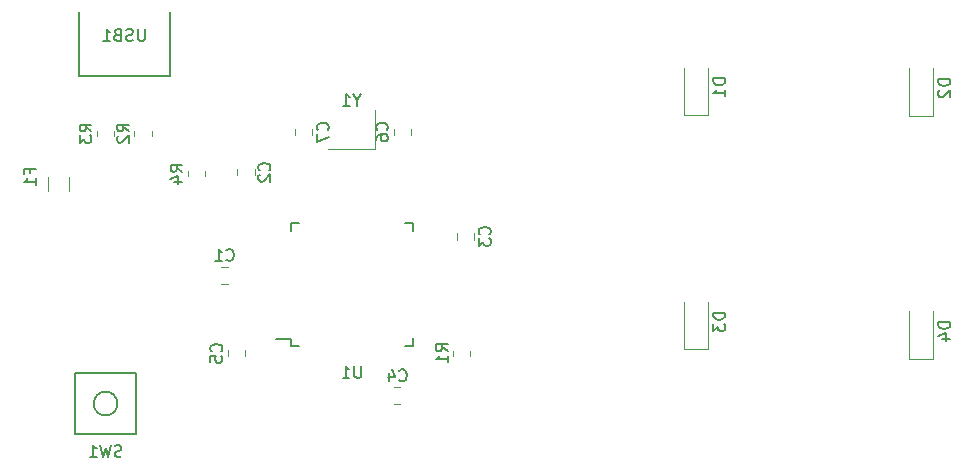
<source format=gbr>
%TF.GenerationSoftware,KiCad,Pcbnew,7.0.6*%
%TF.CreationDate,2023-07-07T23:43:39+02:00*%
%TF.ProjectId,ai03-pcb-guide,61693033-2d70-4636-922d-67756964652e,rev?*%
%TF.SameCoordinates,Original*%
%TF.FileFunction,Legend,Bot*%
%TF.FilePolarity,Positive*%
%FSLAX46Y46*%
G04 Gerber Fmt 4.6, Leading zero omitted, Abs format (unit mm)*
G04 Created by KiCad (PCBNEW 7.0.6) date 2023-07-07 23:43:39*
%MOMM*%
%LPD*%
G01*
G04 APERTURE LIST*
%ADD10C,0.150000*%
%ADD11C,0.120000*%
G04 APERTURE END LIST*
D10*
X116247080Y-110164583D02*
X116294700Y-110116964D01*
X116294700Y-110116964D02*
X116342319Y-109974107D01*
X116342319Y-109974107D02*
X116342319Y-109878869D01*
X116342319Y-109878869D02*
X116294700Y-109736012D01*
X116294700Y-109736012D02*
X116199461Y-109640774D01*
X116199461Y-109640774D02*
X116104223Y-109593155D01*
X116104223Y-109593155D02*
X115913747Y-109545536D01*
X115913747Y-109545536D02*
X115770890Y-109545536D01*
X115770890Y-109545536D02*
X115580414Y-109593155D01*
X115580414Y-109593155D02*
X115485176Y-109640774D01*
X115485176Y-109640774D02*
X115389938Y-109736012D01*
X115389938Y-109736012D02*
X115342319Y-109878869D01*
X115342319Y-109878869D02*
X115342319Y-109974107D01*
X115342319Y-109974107D02*
X115389938Y-110116964D01*
X115389938Y-110116964D02*
X115437557Y-110164583D01*
X115437557Y-110545536D02*
X115389938Y-110593155D01*
X115389938Y-110593155D02*
X115342319Y-110688393D01*
X115342319Y-110688393D02*
X115342319Y-110926488D01*
X115342319Y-110926488D02*
X115389938Y-111021726D01*
X115389938Y-111021726D02*
X115437557Y-111069345D01*
X115437557Y-111069345D02*
X115532795Y-111116964D01*
X115532795Y-111116964D02*
X115628033Y-111116964D01*
X115628033Y-111116964D02*
X115770890Y-111069345D01*
X115770890Y-111069345D02*
X116342319Y-110497917D01*
X116342319Y-110497917D02*
X116342319Y-111116964D01*
X126218330Y-106745833D02*
X126265950Y-106698214D01*
X126265950Y-106698214D02*
X126313569Y-106555357D01*
X126313569Y-106555357D02*
X126313569Y-106460119D01*
X126313569Y-106460119D02*
X126265950Y-106317262D01*
X126265950Y-106317262D02*
X126170711Y-106222024D01*
X126170711Y-106222024D02*
X126075473Y-106174405D01*
X126075473Y-106174405D02*
X125884997Y-106126786D01*
X125884997Y-106126786D02*
X125742140Y-106126786D01*
X125742140Y-106126786D02*
X125551664Y-106174405D01*
X125551664Y-106174405D02*
X125456426Y-106222024D01*
X125456426Y-106222024D02*
X125361188Y-106317262D01*
X125361188Y-106317262D02*
X125313569Y-106460119D01*
X125313569Y-106460119D02*
X125313569Y-106555357D01*
X125313569Y-106555357D02*
X125361188Y-106698214D01*
X125361188Y-106698214D02*
X125408807Y-106745833D01*
X125313569Y-107602976D02*
X125313569Y-107412500D01*
X125313569Y-107412500D02*
X125361188Y-107317262D01*
X125361188Y-107317262D02*
X125408807Y-107269643D01*
X125408807Y-107269643D02*
X125551664Y-107174405D01*
X125551664Y-107174405D02*
X125742140Y-107126786D01*
X125742140Y-107126786D02*
X126123092Y-107126786D01*
X126123092Y-107126786D02*
X126218330Y-107174405D01*
X126218330Y-107174405D02*
X126265950Y-107222024D01*
X126265950Y-107222024D02*
X126313569Y-107317262D01*
X126313569Y-107317262D02*
X126313569Y-107507738D01*
X126313569Y-107507738D02*
X126265950Y-107602976D01*
X126265950Y-107602976D02*
X126218330Y-107650595D01*
X126218330Y-107650595D02*
X126123092Y-107698214D01*
X126123092Y-107698214D02*
X125884997Y-107698214D01*
X125884997Y-107698214D02*
X125789759Y-107650595D01*
X125789759Y-107650595D02*
X125742140Y-107602976D01*
X125742140Y-107602976D02*
X125694521Y-107507738D01*
X125694521Y-107507738D02*
X125694521Y-107317262D01*
X125694521Y-107317262D02*
X125742140Y-107222024D01*
X125742140Y-107222024D02*
X125789759Y-107174405D01*
X125789759Y-107174405D02*
X125884997Y-107126786D01*
X121196330Y-106745833D02*
X121243950Y-106698214D01*
X121243950Y-106698214D02*
X121291569Y-106555357D01*
X121291569Y-106555357D02*
X121291569Y-106460119D01*
X121291569Y-106460119D02*
X121243950Y-106317262D01*
X121243950Y-106317262D02*
X121148711Y-106222024D01*
X121148711Y-106222024D02*
X121053473Y-106174405D01*
X121053473Y-106174405D02*
X120862997Y-106126786D01*
X120862997Y-106126786D02*
X120720140Y-106126786D01*
X120720140Y-106126786D02*
X120529664Y-106174405D01*
X120529664Y-106174405D02*
X120434426Y-106222024D01*
X120434426Y-106222024D02*
X120339188Y-106317262D01*
X120339188Y-106317262D02*
X120291569Y-106460119D01*
X120291569Y-106460119D02*
X120291569Y-106555357D01*
X120291569Y-106555357D02*
X120339188Y-106698214D01*
X120339188Y-106698214D02*
X120386807Y-106745833D01*
X120291569Y-107079167D02*
X120291569Y-107745833D01*
X120291569Y-107745833D02*
X121291569Y-107317262D01*
X112185830Y-125489583D02*
X112233450Y-125441964D01*
X112233450Y-125441964D02*
X112281069Y-125299107D01*
X112281069Y-125299107D02*
X112281069Y-125203869D01*
X112281069Y-125203869D02*
X112233450Y-125061012D01*
X112233450Y-125061012D02*
X112138211Y-124965774D01*
X112138211Y-124965774D02*
X112042973Y-124918155D01*
X112042973Y-124918155D02*
X111852497Y-124870536D01*
X111852497Y-124870536D02*
X111709640Y-124870536D01*
X111709640Y-124870536D02*
X111519164Y-124918155D01*
X111519164Y-124918155D02*
X111423926Y-124965774D01*
X111423926Y-124965774D02*
X111328688Y-125061012D01*
X111328688Y-125061012D02*
X111281069Y-125203869D01*
X111281069Y-125203869D02*
X111281069Y-125299107D01*
X111281069Y-125299107D02*
X111328688Y-125441964D01*
X111328688Y-125441964D02*
X111376307Y-125489583D01*
X111281069Y-126394345D02*
X111281069Y-125918155D01*
X111281069Y-125918155D02*
X111757259Y-125870536D01*
X111757259Y-125870536D02*
X111709640Y-125918155D01*
X111709640Y-125918155D02*
X111662021Y-126013393D01*
X111662021Y-126013393D02*
X111662021Y-126251488D01*
X111662021Y-126251488D02*
X111709640Y-126346726D01*
X111709640Y-126346726D02*
X111757259Y-126394345D01*
X111757259Y-126394345D02*
X111852497Y-126441964D01*
X111852497Y-126441964D02*
X112090592Y-126441964D01*
X112090592Y-126441964D02*
X112185830Y-126394345D01*
X112185830Y-126394345D02*
X112233450Y-126346726D01*
X112233450Y-126346726D02*
X112281069Y-126251488D01*
X112281069Y-126251488D02*
X112281069Y-126013393D01*
X112281069Y-126013393D02*
X112233450Y-125918155D01*
X112233450Y-125918155D02*
X112185830Y-125870536D01*
X105719344Y-98205569D02*
X105719344Y-99015092D01*
X105719344Y-99015092D02*
X105671725Y-99110330D01*
X105671725Y-99110330D02*
X105624106Y-99157950D01*
X105624106Y-99157950D02*
X105528868Y-99205569D01*
X105528868Y-99205569D02*
X105338392Y-99205569D01*
X105338392Y-99205569D02*
X105243154Y-99157950D01*
X105243154Y-99157950D02*
X105195535Y-99110330D01*
X105195535Y-99110330D02*
X105147916Y-99015092D01*
X105147916Y-99015092D02*
X105147916Y-98205569D01*
X104719344Y-99157950D02*
X104576487Y-99205569D01*
X104576487Y-99205569D02*
X104338392Y-99205569D01*
X104338392Y-99205569D02*
X104243154Y-99157950D01*
X104243154Y-99157950D02*
X104195535Y-99110330D01*
X104195535Y-99110330D02*
X104147916Y-99015092D01*
X104147916Y-99015092D02*
X104147916Y-98919854D01*
X104147916Y-98919854D02*
X104195535Y-98824616D01*
X104195535Y-98824616D02*
X104243154Y-98776997D01*
X104243154Y-98776997D02*
X104338392Y-98729378D01*
X104338392Y-98729378D02*
X104528868Y-98681759D01*
X104528868Y-98681759D02*
X104624106Y-98634140D01*
X104624106Y-98634140D02*
X104671725Y-98586521D01*
X104671725Y-98586521D02*
X104719344Y-98491283D01*
X104719344Y-98491283D02*
X104719344Y-98396045D01*
X104719344Y-98396045D02*
X104671725Y-98300807D01*
X104671725Y-98300807D02*
X104624106Y-98253188D01*
X104624106Y-98253188D02*
X104528868Y-98205569D01*
X104528868Y-98205569D02*
X104290773Y-98205569D01*
X104290773Y-98205569D02*
X104147916Y-98253188D01*
X103386011Y-98681759D02*
X103243154Y-98729378D01*
X103243154Y-98729378D02*
X103195535Y-98776997D01*
X103195535Y-98776997D02*
X103147916Y-98872235D01*
X103147916Y-98872235D02*
X103147916Y-99015092D01*
X103147916Y-99015092D02*
X103195535Y-99110330D01*
X103195535Y-99110330D02*
X103243154Y-99157950D01*
X103243154Y-99157950D02*
X103338392Y-99205569D01*
X103338392Y-99205569D02*
X103719344Y-99205569D01*
X103719344Y-99205569D02*
X103719344Y-98205569D01*
X103719344Y-98205569D02*
X103386011Y-98205569D01*
X103386011Y-98205569D02*
X103290773Y-98253188D01*
X103290773Y-98253188D02*
X103243154Y-98300807D01*
X103243154Y-98300807D02*
X103195535Y-98396045D01*
X103195535Y-98396045D02*
X103195535Y-98491283D01*
X103195535Y-98491283D02*
X103243154Y-98586521D01*
X103243154Y-98586521D02*
X103290773Y-98634140D01*
X103290773Y-98634140D02*
X103386011Y-98681759D01*
X103386011Y-98681759D02*
X103719344Y-98681759D01*
X102195535Y-99205569D02*
X102766963Y-99205569D01*
X102481249Y-99205569D02*
X102481249Y-98205569D01*
X102481249Y-98205569D02*
X102576487Y-98348426D01*
X102576487Y-98348426D02*
X102671725Y-98443664D01*
X102671725Y-98443664D02*
X102766963Y-98491283D01*
X173904819Y-123024405D02*
X172904819Y-123024405D01*
X172904819Y-123024405D02*
X172904819Y-123262500D01*
X172904819Y-123262500D02*
X172952438Y-123405357D01*
X172952438Y-123405357D02*
X173047676Y-123500595D01*
X173047676Y-123500595D02*
X173142914Y-123548214D01*
X173142914Y-123548214D02*
X173333390Y-123595833D01*
X173333390Y-123595833D02*
X173476247Y-123595833D01*
X173476247Y-123595833D02*
X173666723Y-123548214D01*
X173666723Y-123548214D02*
X173761961Y-123500595D01*
X173761961Y-123500595D02*
X173857200Y-123405357D01*
X173857200Y-123405357D02*
X173904819Y-123262500D01*
X173904819Y-123262500D02*
X173904819Y-123024405D01*
X173238152Y-124452976D02*
X173904819Y-124452976D01*
X172857200Y-124214881D02*
X173571485Y-123976786D01*
X173571485Y-123976786D02*
X173571485Y-124595833D01*
X134902080Y-115595833D02*
X134949700Y-115548214D01*
X134949700Y-115548214D02*
X134997319Y-115405357D01*
X134997319Y-115405357D02*
X134997319Y-115310119D01*
X134997319Y-115310119D02*
X134949700Y-115167262D01*
X134949700Y-115167262D02*
X134854461Y-115072024D01*
X134854461Y-115072024D02*
X134759223Y-115024405D01*
X134759223Y-115024405D02*
X134568747Y-114976786D01*
X134568747Y-114976786D02*
X134425890Y-114976786D01*
X134425890Y-114976786D02*
X134235414Y-115024405D01*
X134235414Y-115024405D02*
X134140176Y-115072024D01*
X134140176Y-115072024D02*
X134044938Y-115167262D01*
X134044938Y-115167262D02*
X133997319Y-115310119D01*
X133997319Y-115310119D02*
X133997319Y-115405357D01*
X133997319Y-115405357D02*
X134044938Y-115548214D01*
X134044938Y-115548214D02*
X134092557Y-115595833D01*
X133997319Y-115929167D02*
X133997319Y-116548214D01*
X133997319Y-116548214D02*
X134378271Y-116214881D01*
X134378271Y-116214881D02*
X134378271Y-116357738D01*
X134378271Y-116357738D02*
X134425890Y-116452976D01*
X134425890Y-116452976D02*
X134473509Y-116500595D01*
X134473509Y-116500595D02*
X134568747Y-116548214D01*
X134568747Y-116548214D02*
X134806842Y-116548214D01*
X134806842Y-116548214D02*
X134902080Y-116500595D01*
X134902080Y-116500595D02*
X134949700Y-116452976D01*
X134949700Y-116452976D02*
X134997319Y-116357738D01*
X134997319Y-116357738D02*
X134997319Y-116072024D01*
X134997319Y-116072024D02*
X134949700Y-115976786D01*
X134949700Y-115976786D02*
X134902080Y-115929167D01*
X154854819Y-102386905D02*
X153854819Y-102386905D01*
X153854819Y-102386905D02*
X153854819Y-102625000D01*
X153854819Y-102625000D02*
X153902438Y-102767857D01*
X153902438Y-102767857D02*
X153997676Y-102863095D01*
X153997676Y-102863095D02*
X154092914Y-102910714D01*
X154092914Y-102910714D02*
X154283390Y-102958333D01*
X154283390Y-102958333D02*
X154426247Y-102958333D01*
X154426247Y-102958333D02*
X154616723Y-102910714D01*
X154616723Y-102910714D02*
X154711961Y-102863095D01*
X154711961Y-102863095D02*
X154807200Y-102767857D01*
X154807200Y-102767857D02*
X154854819Y-102625000D01*
X154854819Y-102625000D02*
X154854819Y-102386905D01*
X154854819Y-103910714D02*
X154854819Y-103339286D01*
X154854819Y-103625000D02*
X153854819Y-103625000D01*
X153854819Y-103625000D02*
X153997676Y-103529762D01*
X153997676Y-103529762D02*
X154092914Y-103434524D01*
X154092914Y-103434524D02*
X154140533Y-103339286D01*
X104373569Y-106870833D02*
X103897378Y-106537500D01*
X104373569Y-106299405D02*
X103373569Y-106299405D01*
X103373569Y-106299405D02*
X103373569Y-106680357D01*
X103373569Y-106680357D02*
X103421188Y-106775595D01*
X103421188Y-106775595D02*
X103468807Y-106823214D01*
X103468807Y-106823214D02*
X103564045Y-106870833D01*
X103564045Y-106870833D02*
X103706902Y-106870833D01*
X103706902Y-106870833D02*
X103802140Y-106823214D01*
X103802140Y-106823214D02*
X103849759Y-106775595D01*
X103849759Y-106775595D02*
X103897378Y-106680357D01*
X103897378Y-106680357D02*
X103897378Y-106299405D01*
X103468807Y-107251786D02*
X103421188Y-107299405D01*
X103421188Y-107299405D02*
X103373569Y-107394643D01*
X103373569Y-107394643D02*
X103373569Y-107632738D01*
X103373569Y-107632738D02*
X103421188Y-107727976D01*
X103421188Y-107727976D02*
X103468807Y-107775595D01*
X103468807Y-107775595D02*
X103564045Y-107823214D01*
X103564045Y-107823214D02*
X103659283Y-107823214D01*
X103659283Y-107823214D02*
X103802140Y-107775595D01*
X103802140Y-107775595D02*
X104373569Y-107204167D01*
X104373569Y-107204167D02*
X104373569Y-107823214D01*
X112635416Y-117742080D02*
X112683035Y-117789700D01*
X112683035Y-117789700D02*
X112825892Y-117837319D01*
X112825892Y-117837319D02*
X112921130Y-117837319D01*
X112921130Y-117837319D02*
X113063987Y-117789700D01*
X113063987Y-117789700D02*
X113159225Y-117694461D01*
X113159225Y-117694461D02*
X113206844Y-117599223D01*
X113206844Y-117599223D02*
X113254463Y-117408747D01*
X113254463Y-117408747D02*
X113254463Y-117265890D01*
X113254463Y-117265890D02*
X113206844Y-117075414D01*
X113206844Y-117075414D02*
X113159225Y-116980176D01*
X113159225Y-116980176D02*
X113063987Y-116884938D01*
X113063987Y-116884938D02*
X112921130Y-116837319D01*
X112921130Y-116837319D02*
X112825892Y-116837319D01*
X112825892Y-116837319D02*
X112683035Y-116884938D01*
X112683035Y-116884938D02*
X112635416Y-116932557D01*
X111683035Y-117837319D02*
X112254463Y-117837319D01*
X111968749Y-117837319D02*
X111968749Y-116837319D01*
X111968749Y-116837319D02*
X112063987Y-116980176D01*
X112063987Y-116980176D02*
X112159225Y-117075414D01*
X112159225Y-117075414D02*
X112254463Y-117123033D01*
X108898569Y-110283333D02*
X108422378Y-109950000D01*
X108898569Y-109711905D02*
X107898569Y-109711905D01*
X107898569Y-109711905D02*
X107898569Y-110092857D01*
X107898569Y-110092857D02*
X107946188Y-110188095D01*
X107946188Y-110188095D02*
X107993807Y-110235714D01*
X107993807Y-110235714D02*
X108089045Y-110283333D01*
X108089045Y-110283333D02*
X108231902Y-110283333D01*
X108231902Y-110283333D02*
X108327140Y-110235714D01*
X108327140Y-110235714D02*
X108374759Y-110188095D01*
X108374759Y-110188095D02*
X108422378Y-110092857D01*
X108422378Y-110092857D02*
X108422378Y-109711905D01*
X108231902Y-111140476D02*
X108898569Y-111140476D01*
X107850950Y-110902381D02*
X108565235Y-110664286D01*
X108565235Y-110664286D02*
X108565235Y-111283333D01*
X173904819Y-102449405D02*
X172904819Y-102449405D01*
X172904819Y-102449405D02*
X172904819Y-102687500D01*
X172904819Y-102687500D02*
X172952438Y-102830357D01*
X172952438Y-102830357D02*
X173047676Y-102925595D01*
X173047676Y-102925595D02*
X173142914Y-102973214D01*
X173142914Y-102973214D02*
X173333390Y-103020833D01*
X173333390Y-103020833D02*
X173476247Y-103020833D01*
X173476247Y-103020833D02*
X173666723Y-102973214D01*
X173666723Y-102973214D02*
X173761961Y-102925595D01*
X173761961Y-102925595D02*
X173857200Y-102830357D01*
X173857200Y-102830357D02*
X173904819Y-102687500D01*
X173904819Y-102687500D02*
X173904819Y-102449405D01*
X173000057Y-103401786D02*
X172952438Y-103449405D01*
X172952438Y-103449405D02*
X172904819Y-103544643D01*
X172904819Y-103544643D02*
X172904819Y-103782738D01*
X172904819Y-103782738D02*
X172952438Y-103877976D01*
X172952438Y-103877976D02*
X173000057Y-103925595D01*
X173000057Y-103925595D02*
X173095295Y-103973214D01*
X173095295Y-103973214D02*
X173190533Y-103973214D01*
X173190533Y-103973214D02*
X173333390Y-103925595D01*
X173333390Y-103925595D02*
X173904819Y-103354167D01*
X173904819Y-103354167D02*
X173904819Y-103973214D01*
X124035904Y-126728069D02*
X124035904Y-127537592D01*
X124035904Y-127537592D02*
X123988285Y-127632830D01*
X123988285Y-127632830D02*
X123940666Y-127680450D01*
X123940666Y-127680450D02*
X123845428Y-127728069D01*
X123845428Y-127728069D02*
X123654952Y-127728069D01*
X123654952Y-127728069D02*
X123559714Y-127680450D01*
X123559714Y-127680450D02*
X123512095Y-127632830D01*
X123512095Y-127632830D02*
X123464476Y-127537592D01*
X123464476Y-127537592D02*
X123464476Y-126728069D01*
X122464476Y-127728069D02*
X123035904Y-127728069D01*
X122750190Y-127728069D02*
X122750190Y-126728069D01*
X122750190Y-126728069D02*
X122845428Y-126870926D01*
X122845428Y-126870926D02*
X122940666Y-126966164D01*
X122940666Y-126966164D02*
X123035904Y-127013783D01*
X95974759Y-110372916D02*
X95974759Y-110039583D01*
X96498569Y-110039583D02*
X95498569Y-110039583D01*
X95498569Y-110039583D02*
X95498569Y-110515773D01*
X96498569Y-111420535D02*
X96498569Y-110849107D01*
X96498569Y-111134821D02*
X95498569Y-111134821D01*
X95498569Y-111134821D02*
X95641426Y-111039583D01*
X95641426Y-111039583D02*
X95736664Y-110944345D01*
X95736664Y-110944345D02*
X95784283Y-110849107D01*
X101198569Y-106870833D02*
X100722378Y-106537500D01*
X101198569Y-106299405D02*
X100198569Y-106299405D01*
X100198569Y-106299405D02*
X100198569Y-106680357D01*
X100198569Y-106680357D02*
X100246188Y-106775595D01*
X100246188Y-106775595D02*
X100293807Y-106823214D01*
X100293807Y-106823214D02*
X100389045Y-106870833D01*
X100389045Y-106870833D02*
X100531902Y-106870833D01*
X100531902Y-106870833D02*
X100627140Y-106823214D01*
X100627140Y-106823214D02*
X100674759Y-106775595D01*
X100674759Y-106775595D02*
X100722378Y-106680357D01*
X100722378Y-106680357D02*
X100722378Y-106299405D01*
X100198569Y-107204167D02*
X100198569Y-107823214D01*
X100198569Y-107823214D02*
X100579521Y-107489881D01*
X100579521Y-107489881D02*
X100579521Y-107632738D01*
X100579521Y-107632738D02*
X100627140Y-107727976D01*
X100627140Y-107727976D02*
X100674759Y-107775595D01*
X100674759Y-107775595D02*
X100769997Y-107823214D01*
X100769997Y-107823214D02*
X101008092Y-107823214D01*
X101008092Y-107823214D02*
X101103330Y-107775595D01*
X101103330Y-107775595D02*
X101150950Y-107727976D01*
X101150950Y-107727976D02*
X101198569Y-107632738D01*
X101198569Y-107632738D02*
X101198569Y-107347024D01*
X101198569Y-107347024D02*
X101150950Y-107251786D01*
X101150950Y-107251786D02*
X101103330Y-107204167D01*
X131361069Y-125483333D02*
X130884878Y-125150000D01*
X131361069Y-124911905D02*
X130361069Y-124911905D01*
X130361069Y-124911905D02*
X130361069Y-125292857D01*
X130361069Y-125292857D02*
X130408688Y-125388095D01*
X130408688Y-125388095D02*
X130456307Y-125435714D01*
X130456307Y-125435714D02*
X130551545Y-125483333D01*
X130551545Y-125483333D02*
X130694402Y-125483333D01*
X130694402Y-125483333D02*
X130789640Y-125435714D01*
X130789640Y-125435714D02*
X130837259Y-125388095D01*
X130837259Y-125388095D02*
X130884878Y-125292857D01*
X130884878Y-125292857D02*
X130884878Y-124911905D01*
X131361069Y-126435714D02*
X131361069Y-125864286D01*
X131361069Y-126150000D02*
X130361069Y-126150000D01*
X130361069Y-126150000D02*
X130503926Y-126054762D01*
X130503926Y-126054762D02*
X130599164Y-125959524D01*
X130599164Y-125959524D02*
X130646783Y-125864286D01*
X154854819Y-122230655D02*
X153854819Y-122230655D01*
X153854819Y-122230655D02*
X153854819Y-122468750D01*
X153854819Y-122468750D02*
X153902438Y-122611607D01*
X153902438Y-122611607D02*
X153997676Y-122706845D01*
X153997676Y-122706845D02*
X154092914Y-122754464D01*
X154092914Y-122754464D02*
X154283390Y-122802083D01*
X154283390Y-122802083D02*
X154426247Y-122802083D01*
X154426247Y-122802083D02*
X154616723Y-122754464D01*
X154616723Y-122754464D02*
X154711961Y-122706845D01*
X154711961Y-122706845D02*
X154807200Y-122611607D01*
X154807200Y-122611607D02*
X154854819Y-122468750D01*
X154854819Y-122468750D02*
X154854819Y-122230655D01*
X153854819Y-123135417D02*
X153854819Y-123754464D01*
X153854819Y-123754464D02*
X154235771Y-123421131D01*
X154235771Y-123421131D02*
X154235771Y-123563988D01*
X154235771Y-123563988D02*
X154283390Y-123659226D01*
X154283390Y-123659226D02*
X154331009Y-123706845D01*
X154331009Y-123706845D02*
X154426247Y-123754464D01*
X154426247Y-123754464D02*
X154664342Y-123754464D01*
X154664342Y-123754464D02*
X154759580Y-123706845D01*
X154759580Y-123706845D02*
X154807200Y-123659226D01*
X154807200Y-123659226D02*
X154854819Y-123563988D01*
X154854819Y-123563988D02*
X154854819Y-123278274D01*
X154854819Y-123278274D02*
X154807200Y-123183036D01*
X154807200Y-123183036D02*
X154759580Y-123135417D01*
X127272166Y-127933830D02*
X127319785Y-127981450D01*
X127319785Y-127981450D02*
X127462642Y-128029069D01*
X127462642Y-128029069D02*
X127557880Y-128029069D01*
X127557880Y-128029069D02*
X127700737Y-127981450D01*
X127700737Y-127981450D02*
X127795975Y-127886211D01*
X127795975Y-127886211D02*
X127843594Y-127790973D01*
X127843594Y-127790973D02*
X127891213Y-127600497D01*
X127891213Y-127600497D02*
X127891213Y-127457640D01*
X127891213Y-127457640D02*
X127843594Y-127267164D01*
X127843594Y-127267164D02*
X127795975Y-127171926D01*
X127795975Y-127171926D02*
X127700737Y-127076688D01*
X127700737Y-127076688D02*
X127557880Y-127029069D01*
X127557880Y-127029069D02*
X127462642Y-127029069D01*
X127462642Y-127029069D02*
X127319785Y-127076688D01*
X127319785Y-127076688D02*
X127272166Y-127124307D01*
X126415023Y-127362402D02*
X126415023Y-128029069D01*
X126653118Y-126981450D02*
X126891213Y-127695735D01*
X126891213Y-127695735D02*
X126272166Y-127695735D01*
X103727082Y-134383700D02*
X103584225Y-134431319D01*
X103584225Y-134431319D02*
X103346130Y-134431319D01*
X103346130Y-134431319D02*
X103250892Y-134383700D01*
X103250892Y-134383700D02*
X103203273Y-134336080D01*
X103203273Y-134336080D02*
X103155654Y-134240842D01*
X103155654Y-134240842D02*
X103155654Y-134145604D01*
X103155654Y-134145604D02*
X103203273Y-134050366D01*
X103203273Y-134050366D02*
X103250892Y-134002747D01*
X103250892Y-134002747D02*
X103346130Y-133955128D01*
X103346130Y-133955128D02*
X103536606Y-133907509D01*
X103536606Y-133907509D02*
X103631844Y-133859890D01*
X103631844Y-133859890D02*
X103679463Y-133812271D01*
X103679463Y-133812271D02*
X103727082Y-133717033D01*
X103727082Y-133717033D02*
X103727082Y-133621795D01*
X103727082Y-133621795D02*
X103679463Y-133526557D01*
X103679463Y-133526557D02*
X103631844Y-133478938D01*
X103631844Y-133478938D02*
X103536606Y-133431319D01*
X103536606Y-133431319D02*
X103298511Y-133431319D01*
X103298511Y-133431319D02*
X103155654Y-133478938D01*
X102822320Y-133431319D02*
X102584225Y-134431319D01*
X102584225Y-134431319D02*
X102393749Y-133717033D01*
X102393749Y-133717033D02*
X102203273Y-134431319D01*
X102203273Y-134431319D02*
X101965178Y-133431319D01*
X101060416Y-134431319D02*
X101631844Y-134431319D01*
X101346130Y-134431319D02*
X101346130Y-133431319D01*
X101346130Y-133431319D02*
X101441368Y-133574176D01*
X101441368Y-133574176D02*
X101536606Y-133669414D01*
X101536606Y-133669414D02*
X101631844Y-133717033D01*
X123696940Y-104208628D02*
X123696940Y-104684819D01*
X124030273Y-103684819D02*
X123696940Y-104208628D01*
X123696940Y-104208628D02*
X123363607Y-103684819D01*
X122506464Y-104684819D02*
X123077892Y-104684819D01*
X122792178Y-104684819D02*
X122792178Y-103684819D01*
X122792178Y-103684819D02*
X122887416Y-103827676D01*
X122887416Y-103827676D02*
X122982654Y-103922914D01*
X122982654Y-103922914D02*
X123077892Y-103970533D01*
D11*
%TO.C,C2*%
X113565000Y-110592502D02*
X113565000Y-110069998D01*
X115035000Y-110592502D02*
X115035000Y-110069998D01*
%TO.C,C6*%
X128273750Y-106651248D02*
X128273750Y-107173752D01*
X126803750Y-106651248D02*
X126803750Y-107173752D01*
%TO.C,C7*%
X118421750Y-107173752D02*
X118421750Y-106651248D01*
X119891750Y-107173752D02*
X119891750Y-106651248D01*
%TO.C,C5*%
X114241250Y-125394998D02*
X114241250Y-125917502D01*
X112771250Y-125394998D02*
X112771250Y-125917502D01*
D10*
%TO.C,USB1*%
X107831250Y-96718750D02*
X107831250Y-102168750D01*
X100131250Y-96718750D02*
X100131250Y-102168750D01*
X100131250Y-102168750D02*
X107831250Y-102168750D01*
D11*
%TO.C,D4*%
X170450000Y-126122500D02*
X170450000Y-122112500D01*
X172450000Y-126122500D02*
X170450000Y-126122500D01*
X172450000Y-126122500D02*
X172450000Y-122112500D01*
%TO.C,C3*%
X132127500Y-116023752D02*
X132127500Y-115501248D01*
X133597500Y-116023752D02*
X133597500Y-115501248D01*
%TO.C,D1*%
X151400000Y-105485000D02*
X151400000Y-101475000D01*
X153400000Y-105485000D02*
X151400000Y-105485000D01*
X153400000Y-105485000D02*
X153400000Y-101475000D01*
%TO.C,R2*%
X106303750Y-106810436D02*
X106303750Y-107264564D01*
X104833750Y-106810436D02*
X104833750Y-107264564D01*
%TO.C,C1*%
X112730002Y-119797500D02*
X112207498Y-119797500D01*
X112730002Y-118327500D02*
X112207498Y-118327500D01*
%TO.C,R4*%
X110828750Y-110222936D02*
X110828750Y-110677064D01*
X109358750Y-110222936D02*
X109358750Y-110677064D01*
%TO.C,D2*%
X170450000Y-105547500D02*
X170450000Y-101537500D01*
X172450000Y-105547500D02*
X170450000Y-105547500D01*
X172450000Y-105547500D02*
X172450000Y-101537500D01*
D10*
%TO.C,U1*%
X118099000Y-114648250D02*
X118099000Y-115323250D01*
X118099000Y-114648250D02*
X118774000Y-114648250D01*
X118099000Y-124423250D02*
X116824000Y-124423250D01*
X118099000Y-124998250D02*
X118099000Y-124423250D01*
X118099000Y-124998250D02*
X118774000Y-124998250D01*
X128449000Y-114648250D02*
X127774000Y-114648250D01*
X128449000Y-114648250D02*
X128449000Y-115323250D01*
X128449000Y-124998250D02*
X127774000Y-124998250D01*
X128449000Y-124998250D02*
X128449000Y-124323250D01*
D11*
%TO.C,F1*%
X99335000Y-110710436D02*
X99335000Y-111914564D01*
X97515000Y-110710436D02*
X97515000Y-111914564D01*
%TO.C,R3*%
X103128750Y-106810436D02*
X103128750Y-107264564D01*
X101658750Y-106810436D02*
X101658750Y-107264564D01*
%TO.C,R1*%
X133291250Y-125422936D02*
X133291250Y-125877064D01*
X131821250Y-125422936D02*
X131821250Y-125877064D01*
%TO.C,D3*%
X151400000Y-125328750D02*
X151400000Y-121318750D01*
X153400000Y-125328750D02*
X151400000Y-125328750D01*
X153400000Y-125328750D02*
X153400000Y-121318750D01*
%TO.C,C4*%
X127366752Y-129989250D02*
X126844248Y-129989250D01*
X127366752Y-128519250D02*
X126844248Y-128519250D01*
D10*
%TO.C,SW1*%
X104993750Y-132512500D02*
X104993750Y-127312500D01*
X104993750Y-127312500D02*
X99793750Y-127312500D01*
X99793750Y-132512500D02*
X104993750Y-132512500D01*
X99793750Y-127312500D02*
X99793750Y-132512500D01*
X103393750Y-129912500D02*
G75*
G03*
X103393750Y-129912500I-1000000J0D01*
G01*
D11*
%TO.C,Y1*%
X125220750Y-108330000D02*
X121220750Y-108330000D01*
X125220750Y-105030000D02*
X125220750Y-108330000D01*
%TD*%
M02*

</source>
